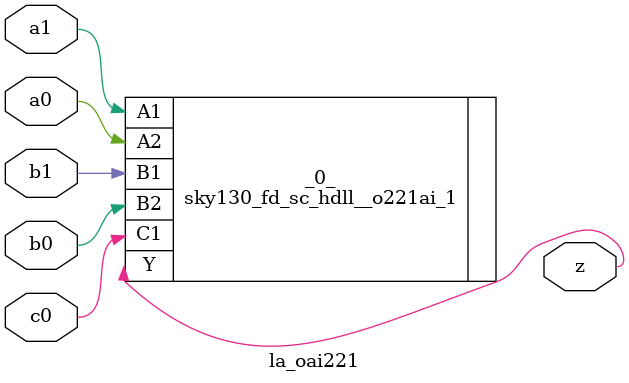
<source format=v>

/* Generated by Yosys 0.37 (git sha1 a5c7f69ed, clang 14.0.0-1ubuntu1.1 -fPIC -Os) */

module la_oai221(a0, a1, b0, b1, c0, z);
  input a0;
  wire a0;
  input a1;
  wire a1;
  input b0;
  wire b0;
  input b1;
  wire b1;
  input c0;
  wire c0;
  output z;
  wire z;
  sky130_fd_sc_hdll__o221ai_1 _0_ (
    .A1(a1),
    .A2(a0),
    .B1(b1),
    .B2(b0),
    .C1(c0),
    .Y(z)
  );
endmodule

</source>
